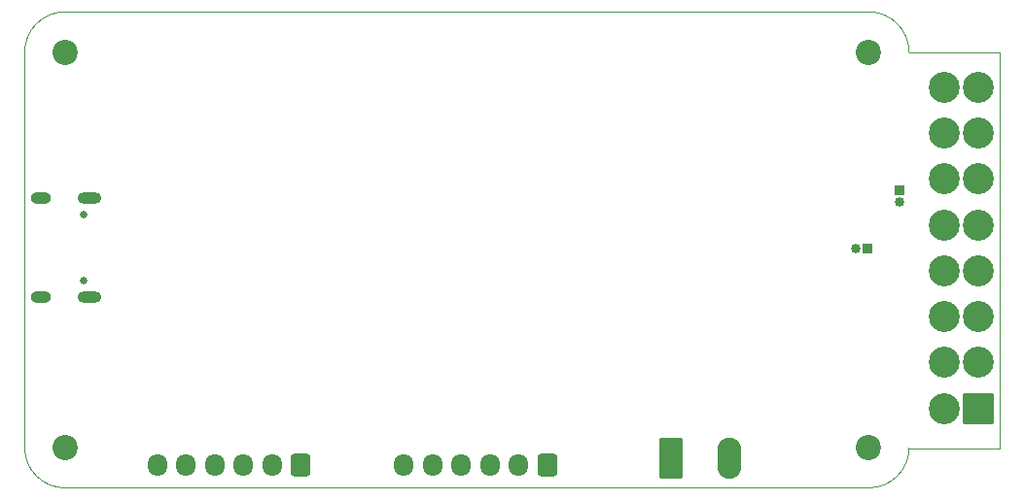
<source format=gbr>
%TF.GenerationSoftware,KiCad,Pcbnew,9.0.2-rc1-202504292220~4c561b3193~ubuntu24.04.1*%
%TF.CreationDate,2025-05-14T22:04:50-03:00*%
%TF.ProjectId,hardware,68617264-7761-4726-952e-6b696361645f,rev?*%
%TF.SameCoordinates,Original*%
%TF.FileFunction,Soldermask,Bot*%
%TF.FilePolarity,Negative*%
%FSLAX46Y46*%
G04 Gerber Fmt 4.6, Leading zero omitted, Abs format (unit mm)*
G04 Created by KiCad (PCBNEW 9.0.2-rc1-202504292220~4c561b3193~ubuntu24.04.1) date 2025-05-14 22:04:50*
%MOMM*%
%LPD*%
G01*
G04 APERTURE LIST*
G04 Aperture macros list*
%AMRoundRect*
0 Rectangle with rounded corners*
0 $1 Rounding radius*
0 $2 $3 $4 $5 $6 $7 $8 $9 X,Y pos of 4 corners*
0 Add a 4 corners polygon primitive as box body*
4,1,4,$2,$3,$4,$5,$6,$7,$8,$9,$2,$3,0*
0 Add four circle primitives for the rounded corners*
1,1,$1+$1,$2,$3*
1,1,$1+$1,$4,$5*
1,1,$1+$1,$6,$7*
1,1,$1+$1,$8,$9*
0 Add four rect primitives between the rounded corners*
20,1,$1+$1,$2,$3,$4,$5,0*
20,1,$1+$1,$4,$5,$6,$7,0*
20,1,$1+$1,$6,$7,$8,$9,0*
20,1,$1+$1,$8,$9,$2,$3,0*%
G04 Aperture macros list end*
%ADD10RoundRect,0.102000X1.250000X-1.250000X1.250000X1.250000X-1.250000X1.250000X-1.250000X-1.250000X0*%
%ADD11C,2.704000*%
%ADD12C,2.200000*%
%ADD13RoundRect,0.250000X0.600000X0.725000X-0.600000X0.725000X-0.600000X-0.725000X0.600000X-0.725000X0*%
%ADD14O,1.700000X1.950000*%
%ADD15C,0.650000*%
%ADD16O,2.100000X1.000000*%
%ADD17O,1.800000X1.000000*%
%ADD18R,0.850000X0.850000*%
%ADD19O,0.850000X0.850000*%
%ADD20RoundRect,0.249999X-0.790001X-1.550001X0.790001X-1.550001X0.790001X1.550001X-0.790001X1.550001X0*%
%ADD21O,2.080000X3.600000*%
%TA.AperFunction,Profile*%
%ADD22C,0.050000*%
%TD*%
G04 APERTURE END LIST*
D10*
%TO.C,J3*%
X129525000Y-73075000D03*
D11*
X129525000Y-69075000D03*
X129525000Y-65075000D03*
X129525000Y-61075000D03*
X129525000Y-57075000D03*
X129525000Y-53075000D03*
X129525000Y-49075000D03*
X129525000Y-45075000D03*
X126525000Y-73075000D03*
X126525000Y-69075000D03*
X126525000Y-65075000D03*
X126525000Y-61075000D03*
X126525000Y-57075000D03*
X126525000Y-53075000D03*
X126525000Y-49075000D03*
X126525000Y-45075000D03*
%TD*%
D12*
%TO.C,H4*%
X120000000Y-42000000D03*
%TD*%
D13*
%TO.C,J4*%
X70530000Y-78050000D03*
D14*
X68030000Y-78050000D03*
X65530000Y-78050000D03*
X63030000Y-78050000D03*
X60530000Y-78050000D03*
X58030000Y-78050000D03*
%TD*%
D12*
%TO.C,H1*%
X50000000Y-76500000D03*
%TD*%
D15*
%TO.C,J1*%
X51605000Y-56150000D03*
X51605000Y-61930000D03*
D16*
X52125000Y-54720000D03*
D17*
X47925000Y-54720000D03*
D16*
X52125000Y-63360000D03*
D17*
X47925000Y-63360000D03*
%TD*%
D12*
%TO.C,H3*%
X50000000Y-42000000D03*
%TD*%
D13*
%TO.C,J6*%
X91990000Y-78050000D03*
D14*
X89490000Y-78050000D03*
X86990000Y-78050000D03*
X84490000Y-78050000D03*
X81990000Y-78050000D03*
X79490000Y-78050000D03*
%TD*%
D18*
%TO.C,J5*%
X122650000Y-54040000D03*
D19*
X122650000Y-55040000D03*
%TD*%
D18*
%TO.C,J2*%
X119900000Y-59100000D03*
D19*
X118900000Y-59100000D03*
%TD*%
D20*
%TO.C,J8*%
X102760000Y-77422500D03*
D21*
X107840000Y-77422500D03*
%TD*%
D12*
%TO.C,H2*%
X120000000Y-76500000D03*
%TD*%
D22*
X120000000Y-38500000D02*
X50000000Y-38500000D01*
X123500000Y-76550000D02*
X131350000Y-76550000D01*
X50000000Y-80000000D02*
G75*
G02*
X46500000Y-76500000I0J3500000D01*
G01*
X46500000Y-42000000D02*
X46500000Y-76500000D01*
X123500000Y-42000000D02*
X131275000Y-42000000D01*
X131350000Y-76550000D02*
X131350000Y-42000000D01*
X46500000Y-42000000D02*
G75*
G02*
X50000000Y-38500000I3500000J0D01*
G01*
X120000000Y-80000000D02*
X50000000Y-80000000D01*
X120000000Y-38500000D02*
G75*
G02*
X123500000Y-42000000I0J-3500000D01*
G01*
X123499643Y-76549995D02*
G75*
G02*
X120000000Y-80000000I-3499643J49995D01*
G01*
X131275000Y-42000000D02*
X131350000Y-42000000D01*
M02*

</source>
